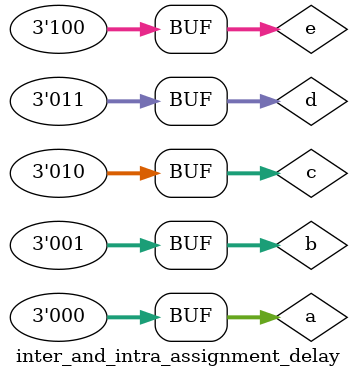
<source format=v>
module inter_and_intra_assignment_delay;

reg [2:0] a,b,c,d,e;

initial
begin
a=#10 3'b000;
#10 b=#10 3'b001;
#10 c<=#10 3'b010;
#10 d<=#10 3'b011;
#10 e=#10 3'b100;
end

initial
$monitor("a=%0b,b=%0b, c=%0b, d=%0b, e=%0b", a,b,c,d,e,$time);

endmodule


</source>
